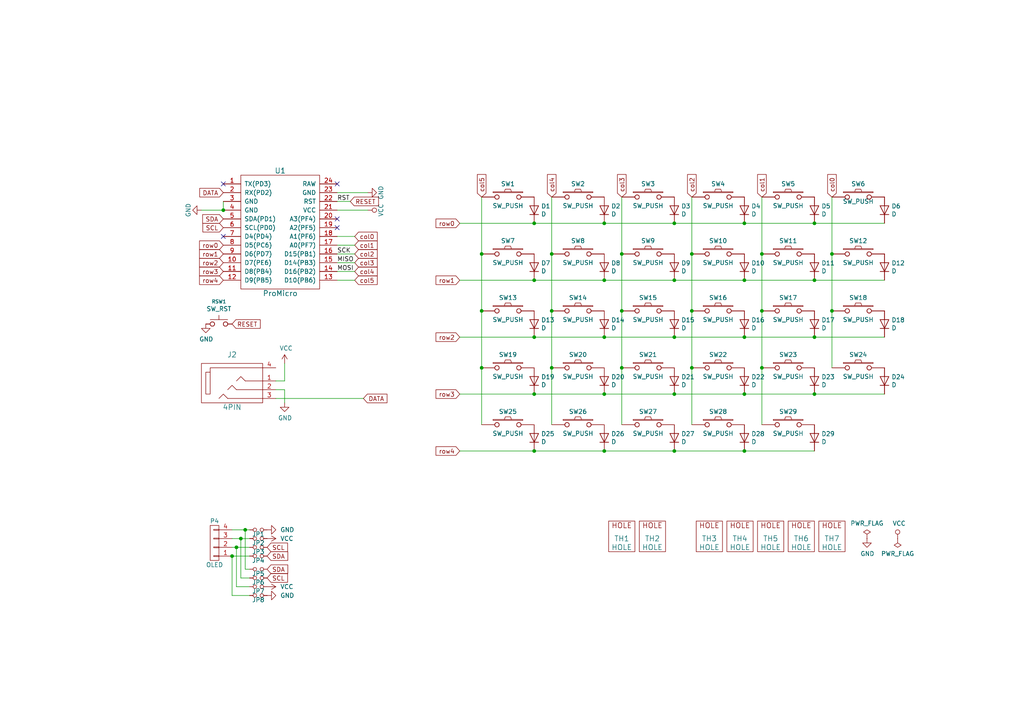
<source format=kicad_sch>
(kicad_sch (version 20230121) (generator eeschema)
  (paper "A4")
  (lib_symbols
    (symbol "Lily58-rescue:CONN_01X04-Lily58-cache" (pin_names (offset 1.016) hide)
      (property "Reference" "P" (at 0 6.35 0))
      (property "Value" "Lily58-cache:CONN_01X04" (at 2.54 0 90))
      (symbol "CONN_01X04-Lily58-cache_0_1"
        (rectangle (start -1.27 -3.683) (end 0.254 -3.937))
        (rectangle (start -1.27 -1.143) (end 0.254 -1.397))
        (rectangle (start -1.27 1.397) (end 0.254 1.143))
        (rectangle (start -1.27 3.937) (end 0.254 3.683))
        (rectangle (start -1.27 5.08) (end 1.27 -5.08))
      )
      (symbol "CONN_01X04-Lily58-cache_1_1"
        (pin passive line (at -5.08 3.81 0) (length 3.81) (name "P1") (number "1"))
        (pin passive line (at -5.08 1.27 0) (length 3.81) (name "P2") (number "2"))
        (pin passive line (at -5.08 -1.27 0) (length 3.81) (name "P3") (number "3"))
        (pin passive line (at -5.08 -3.81 0) (length 3.81) (name "P4") (number "4"))
      )
    )
    (symbol "Lily58-rescue:D-Lily58-cache" (pin_numbers hide) (pin_names (offset 1.016) hide)
      (property "Reference" "D" (at 0 2.54 0))
      (property "Value" "Lily58-cache:D" (at 0 -2.54 0))
      (symbol "D-Lily58-cache_0_1"
        (polyline (pts (xy -1.27 1.27) (xy -1.27 -1.27)) (stroke (width 0.2032)))
        (polyline (pts (xy 1.27 0) (xy -1.27 0)))
        (polyline (pts (xy 1.27 1.27) (xy 1.27 -1.27) (xy -1.27 0) (xy 1.27 1.27)) (stroke (width 0.2032)))
      )
      (symbol "D-Lily58-cache_1_1"
        (pin passive line (at -3.81 0 0) (length 2.54) (name "K") (number "1"))
        (pin passive line (at 3.81 0 180) (length 2.54) (name "A") (number "2"))
      )
    )
    (symbol "Lily58-rescue:GND-Lily58-cache" (power) (pin_names (offset 0))
      (property "Value" "GND-Lily58-cache" (at 0 -3.81 0))
      (symbol "GND-Lily58-cache_1_1"
        (polyline (pts (xy 0 0) (xy 0 -1.27) (xy 1.27 -1.27) (xy 0 -2.54) (xy -1.27 -1.27) (xy 0 -1.27)))
        (pin power_in line (at 0 0 0) (length 0) hide (name "GND") (number "1"))
      )
    )
    (symbol "Lily58-rescue:HOLE-Lily58-cache" (pin_names (offset 1.016))
      (property "Reference" "U" (at 0 0 0))
      (property "Value" "Lily58-cache:HOLE" (at 0 -5.08 0))
      (symbol "HOLE-Lily58-cache_0_0"
        (text "HOLE" (at 0 3.81 0) (effects (font (size 1.524 1.524))))
      )
      (symbol "HOLE-Lily58-cache_0_1"
        (rectangle (start 3.81 5.08) (end -3.81 -3.81))
      )
    )
    (symbol "Lily58-rescue:Jumper_NO_Small-Device" (pin_numbers hide) (pin_names (offset 0.762) hide)
      (property "Reference" "JP" (at 0 2.032 0))
      (property "Value" "Device:Jumper_NO_Small" (at 0.254 -1.524 0))
      (symbol "Jumper_NO_Small-Device_0_1"
        (circle (center -1.016 0) (radius 0.508))
        (circle (center 1.016 0) (radius 0.508))
        (pin passive line (at -2.54 0 0) (length 1.016) (name "1") (number "1"))
        (pin passive line (at 2.54 0 180) (length 1.016) (name "2") (number "2"))
      )
    )
    (symbol "Lily58-rescue:MJ-4PP-9-Lily58-cache" (pin_names (offset 1.016))
      (property "Reference" "J" (at -8.89 -7.62 0))
      (property "Value" "Lily58-cache:MJ-4PP-9" (at -3.81 6.35 0))
      (symbol "MJ-4PP-9-Lily58-cache_0_1"
        (rectangle (start -7.62 2.54) (end -8.89 -3.81))
        (polyline (pts (xy 2.54 0) (xy 7.62 0)))
        (polyline (pts (xy -2.54 -5.08) (xy 7.62 -5.08) (xy 7.62 -5.08)))
        (polyline (pts (xy 0 -2.54) (xy -1.27 -1.27) (xy -2.54 -2.54)))
        (polyline (pts (xy 0 0) (xy 1.27 1.27) (xy 2.54 0)))
        (polyline (pts (xy 7.62 3.81) (xy -7.62 3.81) (xy -7.62 2.54)))
        (polyline (pts (xy -2.54 -5.08) (xy -3.81 -3.81) (xy -5.08 -5.08) (xy -5.08 -5.08)))
        (polyline (pts (xy 0 -2.54) (xy 7.62 -2.54) (xy 7.62 -2.54) (xy 7.62 -2.54)))
        (rectangle (start 7.62 -6.35) (end -10.16 5.08))
      )
      (symbol "MJ-4PP-9-Lily58-cache_1_1"
        (pin passive line (at 11.43 0 180) (length 3.81) (name "~") (number "1"))
        (pin passive line (at 11.43 -2.54 180) (length 3.81) (name "~") (number "2"))
        (pin passive line (at 11.43 -5.08 180) (length 3.81) (name "~") (number "3"))
        (pin passive line (at 11.43 3.81 180) (length 3.81) (name "~") (number "4"))
      )
    )
    (symbol "Lily58-rescue:PWR_FLAG-Lily58-cache" (power) (pin_numbers hide) (pin_names (offset 0) hide)
      (property "Value" "PWR_FLAG-Lily58-cache" (at 0 3.81 0))
      (symbol "PWR_FLAG-Lily58-cache_0_0"
        (pin power_out line (at 0 0 90) (length 0) (name "pwr") (number "1"))
      )
      (symbol "PWR_FLAG-Lily58-cache_0_1"
        (polyline (pts (xy 0 0) (xy 0 1.27) (xy -1.016 1.905) (xy 0 2.54) (xy 1.016 1.905) (xy 0 1.27)))
      )
    )
    (symbol "Lily58-rescue:ProMicro_2-Lily58-cache" (pin_names (offset 1.016))
      (property "Reference" "U" (at 0 17.78 0))
      (property "Value" "Lily58-cache:ProMicro_2" (at 0 -17.78 0))
      (symbol "ProMicro_2-Lily58-cache_0_1"
        (rectangle (start -11.43 16.51) (end 11.43 -16.51))
      )
      (symbol "ProMicro_2-Lily58-cache_1_1"
        (pin input line (at -16.51 13.97 0) (length 5.08) (name "TX(PD3)") (number "1"))
        (pin input line (at -16.51 -8.89 0) (length 5.08) (name "D7(PE6)") (number "10"))
        (pin input line (at -16.51 -11.43 0) (length 5.08) (name "D8(PB4)") (number "11"))
        (pin input line (at -16.51 -13.97 0) (length 5.08) (name "D9(PB5)") (number "12"))
        (pin input line (at 16.51 -13.97 180) (length 5.08) (name "D10(PB6)") (number "13"))
        (pin input line (at 16.51 -11.43 180) (length 5.08) (name "D16(PB2)") (number "14"))
        (pin input line (at 16.51 -8.89 180) (length 5.08) (name "D14(PB3)") (number "15"))
        (pin input line (at 16.51 -6.35 180) (length 5.08) (name "D15(PB1)") (number "16"))
        (pin input line (at 16.51 -3.81 180) (length 5.08) (name "A0(PF7)") (number "17"))
        (pin input line (at 16.51 -1.27 180) (length 5.08) (name "A1(PF6)") (number "18"))
        (pin input line (at 16.51 1.27 180) (length 5.08) (name "A2(PF5)") (number "19"))
        (pin input line (at -16.51 11.43 0) (length 5.08) (name "RX(PD2)") (number "2"))
        (pin input line (at 16.51 3.81 180) (length 5.08) (name "A3(PF4)") (number "20"))
        (pin input line (at 16.51 6.35 180) (length 5.08) (name "VCC") (number "21"))
        (pin input line (at 16.51 8.89 180) (length 5.08) (name "RST") (number "22"))
        (pin input line (at 16.51 11.43 180) (length 5.08) (name "GND") (number "23"))
        (pin input line (at 16.51 13.97 180) (length 5.08) (name "RAW") (number "24"))
        (pin input line (at -16.51 8.89 0) (length 5.08) (name "GND") (number "3"))
        (pin input line (at -16.51 6.35 0) (length 5.08) (name "GND") (number "4"))
        (pin input line (at -16.51 3.81 0) (length 5.08) (name "SDA(PD1)") (number "5"))
        (pin input line (at -16.51 1.27 0) (length 5.08) (name "SCL(PD0)") (number "6"))
        (pin input line (at -16.51 -1.27 0) (length 5.08) (name "D4(PD4)") (number "7"))
        (pin input line (at -16.51 -3.81 0) (length 5.08) (name "D5(PC6)") (number "8"))
        (pin input line (at -16.51 -6.35 0) (length 5.08) (name "D6(PD7)") (number "9"))
      )
    )
    (symbol "Lily58-rescue:SW_PUSH-Lily58-cache" (pin_numbers hide) (pin_names (offset 1.016) hide)
      (property "Reference" "SW" (at 3.81 2.794 0))
      (property "Value" "Lily58-cache:SW_PUSH" (at 0 -2.032 0))
      (symbol "SW_PUSH-Lily58-cache_0_1"
        (rectangle (start -4.318 1.27) (end 4.318 1.524))
        (polyline (pts (xy -1.016 1.524) (xy -0.762 2.286) (xy 0.762 2.286) (xy 1.016 1.524)))
        (pin passive inverted (at -7.62 0 0) (length 5.08) (name "1") (number "1"))
        (pin passive inverted (at 7.62 0 180) (length 5.08) (name "2") (number "2"))
      )
    )
    (symbol "Lily58-rescue:SW_RST-Lily58-cache" (pin_numbers hide) (pin_names (offset 1.016) hide)
      (property "Reference" "RSW" (at 2.54 2.54 0))
      (property "Value" "Lily58-cache:SW_RST" (at 0 -2.54 0))
      (symbol "SW_RST-Lily58-cache_0_1"
        (polyline (pts (xy -2.54 1.27) (xy 2.54 1.27)))
        (polyline (pts (xy 0 2.54) (xy 0 1.27)))
        (pin passive inverted (at -3.81 0 0) (length 2.54) (name "1") (number "1"))
        (pin passive inverted (at 3.81 0 180) (length 2.54) (name "2") (number "2"))
      )
    )
    (symbol "Lily58-rescue:VCC-Lily58-cache" (power) (pin_names (offset 0))
      (property "Value" "VCC-Lily58-cache" (at 0 3.81 0))
      (symbol "VCC-Lily58-cache_0_1"
        (polyline (pts (xy 0 0) (xy 0 1.27)))
        (circle (center 0 1.905) (radius 0.635))
      )
      (symbol "VCC-Lily58-cache_1_1"
        (pin power_in line (at 0 0 90) (length 0) hide (name "VCC") (number "1"))
      )
    )
    (symbol "power:GND" (power) (pin_names (offset 0))
      (property "Value" "GND" (at 0 -3.81 0))
      (symbol "GND_0_1"
        (polyline (pts (xy 0 0) (xy 0 -1.27) (xy 1.27 -1.27) (xy 0 -2.54) (xy -1.27 -1.27) (xy 0 -1.27)))
      )
      (symbol "GND_1_1"
        (pin power_in line (at 0 0 270) (length 0) hide (name "GND") (number "1"))
      )
    )
    (symbol "power:VCC" (power) (pin_names (offset 0))
      (property "Value" "VCC" (at 0 3.81 0))
      (symbol "VCC_0_1"
        (polyline (pts (xy -0.762 1.27) (xy 0 2.54)))
        (polyline (pts (xy 0 0) (xy 0 2.54)))
        (polyline (pts (xy 0 2.54) (xy 0.762 1.27)))
      )
      (symbol "VCC_1_1"
        (pin power_in line (at 0 0 90) (length 0) hide (name "VCC") (number "1"))
      )
    )
  )
  (junction (at 215.9 81.28))
  (junction (at 195.58 130.81))
  (junction (at 200.66 90.17))
  (junction (at 64.77 60.96))
  (junction (at 220.98 73.66))
  (junction (at 236.22 97.79))
  (junction (at 180.34 90.17))
  (junction (at 69.85 156.21))
  (junction (at 200.66 106.68))
  (junction (at 160.02 90.17))
  (junction (at 67.31 161.29))
  (junction (at 215.9 97.79))
  (junction (at 154.94 64.77))
  (junction (at 71.12 153.67))
  (junction (at 154.94 97.79))
  (junction (at 215.9 130.81))
  (junction (at 160.02 73.66))
  (junction (at 175.26 81.28))
  (junction (at 160.02 106.68))
  (junction (at 195.58 97.79))
  (junction (at 236.22 114.3))
  (junction (at 154.94 81.28))
  (junction (at 236.22 64.77))
  (junction (at 195.58 81.28))
  (junction (at 215.9 114.3))
  (junction (at 139.7 106.68))
  (junction (at 180.34 73.66))
  (junction (at 236.22 81.28))
  (junction (at 215.9 64.77))
  (junction (at 241.3 90.17))
  (junction (at 195.58 114.3))
  (junction (at 195.58 64.77))
  (junction (at 139.7 90.17))
  (junction (at 175.26 97.79))
  (junction (at 154.94 130.81))
  (junction (at 180.34 106.68))
  (junction (at 175.26 114.3))
  (junction (at 175.26 130.81))
  (junction (at 200.66 73.66))
  (junction (at 241.3 73.66))
  (junction (at 139.7 73.66))
  (junction (at 220.98 90.17))
  (junction (at 175.26 64.77))
  (junction (at 68.58 158.75))
  (junction (at 154.94 114.3))
  (junction (at 220.98 106.68))
  (no_connect (at 64.77 53.34))
  (no_connect (at 97.79 53.34))
  (no_connect (at 97.79 63.5))
  (no_connect (at 97.79 66.04))
  (no_connect (at 64.77 68.58))
  (wire (pts (xy 67.31 172.72) (xy 72.39 172.72)))
  (wire (pts (xy 160.02 73.66) (xy 160.02 90.17)))
  (wire (pts (xy 195.58 130.81) (xy 215.9 130.81)))
  (wire (pts (xy 215.9 130.81) (xy 236.22 130.81)))
  (wire (pts (xy 64.77 60.96) (xy 58.42 60.96)))
  (wire (pts (xy 80.01 113.03) (xy 82.55 113.03)))
  (wire (pts (xy 175.26 114.3) (xy 154.94 114.3)))
  (wire (pts (xy 68.58 170.18) (xy 68.58 158.75)))
  (wire (pts (xy 175.26 114.3) (xy 195.58 114.3)))
  (wire (pts (xy 97.79 73.66) (xy 102.87 73.66)))
  (wire (pts (xy 175.26 130.81) (xy 195.58 130.81)))
  (wire (pts (xy 195.58 64.77) (xy 215.9 64.77)))
  (wire (pts (xy 72.39 156.21) (xy 69.85 156.21)))
  (wire (pts (xy 220.98 106.68) (xy 220.98 123.19)))
  (wire (pts (xy 175.26 97.79) (xy 195.58 97.79)))
  (wire (pts (xy 241.3 90.17) (xy 241.3 106.68)))
  (wire (pts (xy 195.58 114.3) (xy 215.9 114.3)))
  (wire (pts (xy 180.34 57.15) (xy 180.34 73.66)))
  (wire (pts (xy 72.39 165.1) (xy 71.12 165.1)))
  (wire (pts (xy 200.66 73.66) (xy 200.66 90.17)))
  (wire (pts (xy 236.22 81.28) (xy 256.54 81.28)))
  (wire (pts (xy 241.3 73.66) (xy 241.3 57.15)))
  (wire (pts (xy 154.94 130.81) (xy 175.26 130.81)))
  (wire (pts (xy 236.22 97.79) (xy 256.54 97.79)))
  (wire (pts (xy 200.66 90.17) (xy 200.66 106.68)))
  (wire (pts (xy 236.22 64.77) (xy 256.54 64.77)))
  (wire (pts (xy 67.31 161.29) (xy 72.39 161.29)))
  (wire (pts (xy 160.02 106.68) (xy 160.02 123.19)))
  (wire (pts (xy 236.22 114.3) (xy 256.54 114.3)))
  (wire (pts (xy 180.34 90.17) (xy 180.34 106.68)))
  (wire (pts (xy 195.58 97.79) (xy 215.9 97.79)))
  (wire (pts (xy 68.58 158.75) (xy 72.39 158.75)))
  (wire (pts (xy 101.6 58.42) (xy 97.79 58.42)))
  (wire (pts (xy 80.01 115.57) (xy 105.41 115.57)))
  (wire (pts (xy 64.77 58.42) (xy 64.77 60.96)))
  (wire (pts (xy 67.31 156.21) (xy 69.85 156.21)))
  (wire (pts (xy 220.98 57.15) (xy 220.98 73.66)))
  (wire (pts (xy 180.34 73.66) (xy 180.34 90.17)))
  (wire (pts (xy 133.35 130.81) (xy 154.94 130.81)))
  (wire (pts (xy 139.7 57.15) (xy 139.7 73.66)))
  (wire (pts (xy 97.79 76.2) (xy 102.87 76.2)))
  (wire (pts (xy 154.94 81.28) (xy 133.35 81.28)))
  (wire (pts (xy 139.7 90.17) (xy 139.7 106.68)))
  (wire (pts (xy 82.55 110.49) (xy 80.01 110.49)))
  (wire (pts (xy 215.9 81.28) (xy 236.22 81.28)))
  (wire (pts (xy 72.39 153.67) (xy 71.12 153.67)))
  (wire (pts (xy 241.3 90.17) (xy 241.3 73.66)))
  (wire (pts (xy 154.94 97.79) (xy 133.35 97.79)))
  (wire (pts (xy 195.58 81.28) (xy 215.9 81.28)))
  (wire (pts (xy 69.85 156.21) (xy 69.85 167.64)))
  (wire (pts (xy 175.26 64.77) (xy 195.58 64.77)))
  (wire (pts (xy 67.31 158.75) (xy 68.58 158.75)))
  (wire (pts (xy 106.68 60.96) (xy 97.79 60.96)))
  (wire (pts (xy 102.87 81.28) (xy 97.79 81.28)))
  (wire (pts (xy 215.9 97.79) (xy 236.22 97.79)))
  (wire (pts (xy 69.85 167.64) (xy 72.39 167.64)))
  (wire (pts (xy 102.87 78.74) (xy 97.79 78.74)))
  (wire (pts (xy 154.94 114.3) (xy 133.35 114.3)))
  (wire (pts (xy 82.55 105.41) (xy 82.55 110.49)))
  (wire (pts (xy 154.94 64.77) (xy 133.35 64.77)))
  (wire (pts (xy 220.98 73.66) (xy 220.98 90.17)))
  (wire (pts (xy 67.31 161.29) (xy 67.31 172.72)))
  (wire (pts (xy 180.34 106.68) (xy 180.34 123.19)))
  (wire (pts (xy 175.26 97.79) (xy 154.94 97.79)))
  (wire (pts (xy 139.7 73.66) (xy 139.7 90.17)))
  (wire (pts (xy 106.68 55.88) (xy 97.79 55.88)))
  (wire (pts (xy 71.12 153.67) (xy 71.12 165.1)))
  (wire (pts (xy 97.79 68.58) (xy 102.87 68.58)))
  (wire (pts (xy 72.39 170.18) (xy 68.58 170.18)))
  (wire (pts (xy 67.31 153.67) (xy 71.12 153.67)))
  (wire (pts (xy 215.9 114.3) (xy 236.22 114.3)))
  (wire (pts (xy 220.98 106.68) (xy 220.98 90.17)))
  (wire (pts (xy 175.26 64.77) (xy 154.94 64.77)))
  (wire (pts (xy 82.55 113.03) (xy 82.55 116.84)))
  (wire (pts (xy 236.22 64.77) (xy 215.9 64.77)))
  (wire (pts (xy 160.02 90.17) (xy 160.02 106.68)))
  (wire (pts (xy 200.66 57.15) (xy 200.66 73.66)))
  (wire (pts (xy 200.66 106.68) (xy 200.66 123.19)))
  (wire (pts (xy 102.87 71.12) (xy 97.79 71.12)))
  (wire (pts (xy 139.7 106.68) (xy 139.7 123.19)))
  (wire (pts (xy 175.26 81.28) (xy 154.94 81.28)))
  (wire (pts (xy 160.02 57.15) (xy 160.02 73.66)))
  (wire (pts (xy 175.26 81.28) (xy 195.58 81.28)))
  (label "MISO" (at 97.79 76.2 0))
  (label "RST" (at 97.79 58.42 0))
  (label "MOSI" (at 97.79 78.74 0))
  (label "SCK" (at 97.79 73.66 0))
  (global_label "row3" (shape input) (at 64.77 78.74 180) (property "Intersheetrefs" "${INTERSHEET_REFS}" (effects hide)))
  (global_label "DATA" (shape input) (at 64.77 55.88 180) (property "Intersheetrefs" "${INTERSHEET_REFS}" (effects hide)))
  (global_label "SDA" (shape input) (at 77.47 161.29 0) (property "Intersheetrefs" "${INTERSHEET_REFS}" (effects hide)))
  (global_label "row2" (shape input) (at 133.35 97.79 180) (property "Intersheetrefs" "${INTERSHEET_REFS}" (effects hide)))
  (global_label "DATA" (shape input) (at 105.41 115.57 0) (property "Intersheetrefs" "${INTERSHEET_REFS}" (effects hide)))
  (global_label "SDA" (shape input) (at 64.77 63.5 180) (property "Intersheetrefs" "${INTERSHEET_REFS}" (effects hide)))
  (global_label "col3" (shape input) (at 180.34 57.15 90) (property "Intersheetrefs" "${INTERSHEET_REFS}" (effects hide)))
  (global_label "row1" (shape input) (at 133.35 81.28 180) (property "Intersheetrefs" "${INTERSHEET_REFS}" (effects hide)))
  (global_label "col4" (shape input) (at 160.02 57.15 90) (property "Intersheetrefs" "${INTERSHEET_REFS}" (effects hide)))
  (global_label "col4" (shape input) (at 102.87 78.74 0) (property "Intersheetrefs" "${INTERSHEET_REFS}" (effects hide)))
  (global_label "col1" (shape input) (at 102.87 71.12 0) (property "Intersheetrefs" "${INTERSHEET_REFS}" (effects hide)))
  (global_label "SCL" (shape input) (at 77.47 158.75 0) (property "Intersheetrefs" "${INTERSHEET_REFS}" (effects hide)))
  (global_label "col3" (shape input) (at 102.87 76.2 0) (property "Intersheetrefs" "${INTERSHEET_REFS}" (effects hide)))
  (global_label "col2" (shape input) (at 200.66 57.15 90) (property "Intersheetrefs" "${INTERSHEET_REFS}" (effects hide)))
  (global_label "RESET" (shape input) (at 67.31 93.98 0) (property "Intersheetrefs" "${INTERSHEET_REFS}" (effects hide)))
  (global_label "col0" (shape input) (at 241.3 57.15 90) (property "Intersheetrefs" "${INTERSHEET_REFS}" (effects hide)))
  (global_label "row1" (shape input) (at 64.77 73.66 180) (property "Intersheetrefs" "${INTERSHEET_REFS}" (effects hide)))
  (global_label "SCL" (shape input) (at 64.77 66.04 180) (property "Intersheetrefs" "${INTERSHEET_REFS}" (effects hide)))
  (global_label "col2" (shape input) (at 102.87 73.66 0) (property "Intersheetrefs" "${INTERSHEET_REFS}" (effects hide)))
  (global_label "col5" (shape input) (at 139.7 57.15 90) (property "Intersheetrefs" "${INTERSHEET_REFS}" (effects hide)))
  (global_label "SDA" (shape input) (at 77.47 165.1 0) (property "Intersheetrefs" "${INTERSHEET_REFS}" (effects hide)))
  (global_label "row0" (shape input) (at 133.35 64.77 180) (property "Intersheetrefs" "${INTERSHEET_REFS}" (effects hide)))
  (global_label "row0" (shape input) (at 64.77 71.12 180) (property "Intersheetrefs" "${INTERSHEET_REFS}" (effects hide)))
  (global_label "col5" (shape input) (at 102.87 81.28 0) (property "Intersheetrefs" "${INTERSHEET_REFS}" (effects hide)))
  (global_label "RESET" (shape input) (at 101.6 58.42 0) (property "Intersheetrefs" "${INTERSHEET_REFS}" (effects hide)))
  (global_label "row3" (shape input) (at 133.35 114.3 180) (property "Intersheetrefs" "${INTERSHEET_REFS}" (effects hide)))
  (global_label "row4" (shape input) (at 64.77 81.28 180) (property "Intersheetrefs" "${INTERSHEET_REFS}" (effects hide)))
  (global_label "row2" (shape input) (at 64.77 76.2 180) (property "Intersheetrefs" "${INTERSHEET_REFS}" (effects hide)))
  (global_label "SCL" (shape input) (at 77.47 167.64 0) (property "Intersheetrefs" "${INTERSHEET_REFS}" (effects hide)))
  (global_label "col0" (shape input) (at 102.87 68.58 0) (property "Intersheetrefs" "${INTERSHEET_REFS}" (effects hide)))
  (global_label "col1" (shape input) (at 220.98 57.15 90) (property "Intersheetrefs" "${INTERSHEET_REFS}" (effects hide)))
  (global_label "row4" (shape input) (at 133.35 130.81 180) (property "Intersheetrefs" "${INTERSHEET_REFS}" (effects hide)))
  (symbol (lib_id "Lily58-rescue:ProMicro_2-Lily58-cache") (at 81.28 67.31 0) (unit 1)
    (property "Reference" "U1" (at 81.28 49.53 0) (effects (font (size 1.524 1.524))))
    (property "Value" "ProMicro" (at 81.28 85.09 0) (effects (font (size 1.524 1.524))))
    (property "Footprint" "Lily58-footprint:ProMicro_rev2" (effects hide))
  )
  (symbol (lib_id "Lily58-rescue:SW_PUSH-Lily58-cache") (at 147.32 123.19 0) (unit 1)
    (property "Reference" "SW25" (at 147.32 119.38 0))
    (property "Value" "SW_PUSH" (at 147.32 125.73 0))
    (property "Footprint" "Lily58-footprint:MX_PG1350-Under_FLIP_HOLES_18mm" (effects hide))
  )
  (symbol (lib_id "Lily58-rescue:SW_PUSH-Lily58-cache") (at 167.64 123.19 0) (unit 1)
    (property "Reference" "SW26" (at 167.64 119.38 0))
    (property "Value" "SW_PUSH" (at 167.64 125.73 0))
    (property "Footprint" "Lily58-footprint:MX_PG1350-Under_FLIP_HOLES_27mm" (effects hide))
  )
  (symbol (lib_id "Lily58-rescue:SW_PUSH-Lily58-cache") (at 147.32 57.15 0) (unit 1)
    (property "Reference" "SW1" (at 147.32 53.34 0))
    (property "Value" "SW_PUSH" (at 147.32 59.69 0))
    (property "Footprint" "Lily58-footprint:MX_PG1350-Under_FLIP_HOLES_18mm" (effects hide))
  )
  (symbol (lib_id "Lily58-rescue:D-Lily58-cache") (at 154.94 60.96 90) (unit 1)
    (property "Reference" "D1" (at 156.9466 59.7916 90) (effects (justify right)))
    (property "Value" "D" (at 156.9466 62.103 90) (effects (justify right)))
    (property "Footprint" "Lily58-footprint:Diode_TH_SOD123" (effects hide))
  )
  (symbol (lib_id "Lily58-rescue:SW_PUSH-Lily58-cache") (at 167.64 57.15 0) (unit 1)
    (property "Reference" "SW2" (at 167.64 53.34 0))
    (property "Value" "SW_PUSH" (at 167.64 59.69 0))
    (property "Footprint" "Lily58-footprint:MX_PG1350-Under_FLIP_HOLES_18mm" (effects hide))
  )
  (symbol (lib_id "Lily58-rescue:D-Lily58-cache") (at 175.26 60.96 90) (unit 1)
    (property "Reference" "D2" (at 177.2666 59.7916 90) (effects (justify right)))
    (property "Value" "D" (at 177.2666 62.103 90) (effects (justify right)))
    (property "Footprint" "Lily58-footprint:Diode_TH_SOD123" (effects hide))
  )
  (symbol (lib_id "Lily58-rescue:SW_PUSH-Lily58-cache") (at 187.96 57.15 0) (unit 1)
    (property "Reference" "SW3" (at 187.96 53.34 0))
    (property "Value" "SW_PUSH" (at 187.96 59.69 0))
    (property "Footprint" "Lily58-footprint:MX_PG1350-Under_FLIP_HOLES_18mm" (effects hide))
  )
  (symbol (lib_id "Lily58-rescue:D-Lily58-cache") (at 195.58 60.96 90) (unit 1)
    (property "Reference" "D3" (at 197.5866 59.7916 90) (effects (justify right)))
    (property "Value" "D" (at 197.5866 62.103 90) (effects (justify right)))
    (property "Footprint" "Lily58-footprint:Diode_TH_SOD123" (effects hide))
  )
  (symbol (lib_id "Lily58-rescue:SW_PUSH-Lily58-cache") (at 208.28 57.15 0) (unit 1)
    (property "Reference" "SW4" (at 208.28 53.34 0))
    (property "Value" "SW_PUSH" (at 208.28 59.69 0))
    (property "Footprint" "Lily58-footprint:MX_PG1350-Under_FLIP_HOLES_18mm" (effects hide))
  )
  (symbol (lib_id "Lily58-rescue:D-Lily58-cache") (at 215.9 60.96 90) (unit 1)
    (property "Reference" "D4" (at 217.9066 59.7916 90) (effects (justify right)))
    (property "Value" "D" (at 217.9066 62.103 90) (effects (justify right)))
    (property "Footprint" "Lily58-footprint:Diode_TH_SOD123" (effects hide))
  )
  (symbol (lib_id "Lily58-rescue:SW_PUSH-Lily58-cache") (at 228.6 57.15 0) (unit 1)
    (property "Reference" "SW5" (at 228.6 53.34 0))
    (property "Value" "SW_PUSH" (at 228.6 59.69 0))
    (property "Footprint" "Lily58-footprint:MX_PG1350-Under_FLIP_HOLES_18mm" (effects hide))
  )
  (symbol (lib_id "Lily58-rescue:D-Lily58-cache") (at 236.22 60.96 90) (unit 1)
    (property "Reference" "D5" (at 238.2266 59.7916 90) (effects (justify right)))
    (property "Value" "D" (at 238.2266 62.103 90) (effects (justify right)))
    (property "Footprint" "Lily58-footprint:Diode_TH_SOD123" (effects hide))
  )
  (symbol (lib_id "Lily58-rescue:SW_PUSH-Lily58-cache") (at 248.92 57.15 0) (unit 1)
    (property "Reference" "SW6" (at 248.92 53.34 0))
    (property "Value" "SW_PUSH" (at 248.92 58.42 0))
    (property "Footprint" "Lily58-footprint:MX_PG1350-Under_FLIP_HOLES_18mm" (effects hide))
  )
  (symbol (lib_id "Lily58-rescue:D-Lily58-cache") (at 256.54 60.96 90) (unit 1)
    (property "Reference" "D6" (at 258.5466 59.7916 90) (effects (justify right)))
    (property "Value" "D" (at 258.5466 62.103 90) (effects (justify right)))
    (property "Footprint" "Lily58-footprint:Diode_TH_SOD123" (effects hide))
  )
  (symbol (lib_id "Lily58-rescue:SW_PUSH-Lily58-cache") (at 167.64 73.66 0) (unit 1)
    (property "Reference" "SW8" (at 167.64 69.85 0))
    (property "Value" "SW_PUSH" (at 167.64 76.2 0))
    (property "Footprint" "Lily58-footprint:MX_PG1350-Under_FLIP_HOLES_18mm" (effects hide))
  )
  (symbol (lib_id "Lily58-rescue:SW_PUSH-Lily58-cache") (at 187.96 73.66 0) (unit 1)
    (property "Reference" "SW9" (at 187.96 69.85 0))
    (property "Value" "SW_PUSH" (at 187.96 76.2 0))
    (property "Footprint" "Lily58-footprint:MX_PG1350-Under_FLIP_HOLES_18mm" (effects hide))
  )
  (symbol (lib_id "Lily58-rescue:SW_PUSH-Lily58-cache") (at 208.28 73.66 0) (unit 1)
    (property "Reference" "SW10" (at 208.28 69.85 0))
    (property "Value" "SW_PUSH" (at 208.28 76.2 0))
    (property "Footprint" "Lily58-footprint:MX_PG1350-Under_FLIP_HOLES_18mm" (effects hide))
  )
  (symbol (lib_id "Lily58-rescue:SW_PUSH-Lily58-cache") (at 228.6 73.66 0) (unit 1)
    (property "Reference" "SW11" (at 228.6 69.85 0))
    (property "Value" "SW_PUSH" (at 228.6 76.2 0))
    (property "Footprint" "Lily58-footprint:MX_PG1350-Under_FLIP_HOLES_18mm" (effects hide))
  )
  (symbol (lib_id "Lily58-rescue:SW_PUSH-Lily58-cache") (at 248.92 73.66 0) (unit 1)
    (property "Reference" "SW12" (at 248.92 69.85 0))
    (property "Value" "SW_PUSH" (at 248.92 76.2 0))
    (property "Footprint" "Lily58-footprint:MX_PG1350-Under_FLIP_HOLES_18mm" (effects hide))
  )
  (symbol (lib_id "Lily58-rescue:SW_PUSH-Lily58-cache") (at 147.32 73.66 0) (unit 1)
    (property "Reference" "SW7" (at 147.32 69.85 0))
    (property "Value" "SW_PUSH" (at 147.32 76.2 0))
    (property "Footprint" "Lily58-footprint:MX_PG1350-Under_FLIP_HOLES_18mm" (effects hide))
  )
  (symbol (lib_id "Lily58-rescue:D-Lily58-cache") (at 154.94 77.47 90) (unit 1)
    (property "Reference" "D7" (at 156.9466 76.3016 90) (effects (justify right)))
    (property "Value" "D" (at 156.9466 78.613 90) (effects (justify right)))
    (property "Footprint" "Lily58-footprint:Diode_TH_SOD123" (effects hide))
  )
  (symbol (lib_id "Lily58-rescue:D-Lily58-cache") (at 175.26 77.47 90) (unit 1)
    (property "Reference" "D8" (at 177.2666 76.3016 90) (effects (justify right)))
    (property "Value" "D" (at 177.2666 78.613 90) (effects (justify right)))
    (property "Footprint" "Lily58-footprint:Diode_TH_SOD123" (effects hide))
  )
  (symbol (lib_id "Lily58-rescue:D-Lily58-cache") (at 195.58 77.47 90) (unit 1)
    (property "Reference" "D9" (at 197.5866 76.3016 90) (effects (justify right)))
    (property "Value" "D" (at 197.5866 78.613 90) (effects (justify right)))
    (property "Footprint" "Lily58-footprint:Diode_TH_SOD123" (effects hide))
  )
  (symbol (lib_id "Lily58-rescue:D-Lily58-cache") (at 215.9 77.47 90) (unit 1)
    (property "Reference" "D10" (at 217.9066 76.3016 90) (effects (justify right)))
    (property "Value" "D" (at 217.9066 78.613 90) (effects (justify right)))
    (property "Footprint" "Lily58-footprint:Diode_TH_SOD123" (effects hide))
  )
  (symbol (lib_id "Lily58-rescue:D-Lily58-cache") (at 236.22 77.47 90) (unit 1)
    (property "Reference" "D11" (at 238.2266 76.3016 90) (effects (justify right)))
    (property "Value" "D" (at 238.2266 78.613 90) (effects (justify right)))
    (property "Footprint" "Lily58-footprint:Diode_TH_SOD123" (effects hide))
  )
  (symbol (lib_id "Lily58-rescue:D-Lily58-cache") (at 256.54 77.47 90) (unit 1)
    (property "Reference" "D12" (at 258.5466 76.3016 90) (effects (justify right)))
    (property "Value" "D" (at 258.5466 78.613 90) (effects (justify right)))
    (property "Footprint" "Lily58-footprint:Diode_TH_SOD123" (effects hide))
  )
  (symbol (lib_id "Lily58-rescue:SW_PUSH-Lily58-cache") (at 147.32 90.17 0) (unit 1)
    (property "Reference" "SW13" (at 147.32 86.36 0))
    (property "Value" "SW_PUSH" (at 147.32 92.71 0))
    (property "Footprint" "Lily58-footprint:MX_PG1350-Under_FLIP_HOLES_18mm" (effects hide))
  )
  (symbol (lib_id "Lily58-rescue:SW_PUSH-Lily58-cache") (at 167.64 90.17 0) (unit 1)
    (property "Reference" "SW14" (at 167.64 86.36 0))
    (property "Value" "SW_PUSH" (at 167.64 92.71 0))
    (property "Footprint" "Lily58-footprint:MX_PG1350-Under_FLIP_HOLES_18mm" (effects hide))
  )
  (symbol (lib_id "Lily58-rescue:SW_PUSH-Lily58-cache") (at 187.96 90.17 0) (unit 1)
    (property "Reference" "SW15" (at 187.96 86.36 0))
    (property "Value" "SW_PUSH" (at 187.96 92.71 0))
    (property "Footprint" "Lily58-footprint:MX_PG1350-Under_FLIP_HOLES_18mm" (effects hide))
  )
  (symbol (lib_id "Lily58-rescue:SW_PUSH-Lily58-cache") (at 208.28 90.17 0) (unit 1)
    (property "Reference" "SW16" (at 208.28 86.36 0))
    (property "Value" "SW_PUSH" (at 208.28 92.71 0))
    (property "Footprint" "Lily58-footprint:MX_PG1350-Under_FLIP_HOLES_18mm" (effects hide))
  )
  (symbol (lib_id "Lily58-rescue:SW_PUSH-Lily58-cache") (at 228.6 90.17 0) (unit 1)
    (property "Reference" "SW17" (at 228.6 86.36 0))
    (property "Value" "SW_PUSH" (at 228.6 92.71 0))
    (property "Footprint" "Lily58-footprint:MX_PG1350-Under_FLIP_HOLES_18mm" (effects hide))
  )
  (symbol (lib_id "Lily58-rescue:SW_PUSH-Lily58-cache") (at 248.92 90.17 0) (unit 1)
    (property "Reference" "SW18" (at 248.92 86.36 0))
    (property "Value" "SW_PUSH" (at 248.92 92.71 0))
    (property "Footprint" "Lily58-footprint:MX_PG1350-Under_FLIP_HOLES_18mm" (effects hide))
  )
  (symbol (lib_id "Lily58-rescue:D-Lily58-cache") (at 154.94 93.98 90) (unit 1)
    (property "Reference" "D13" (at 156.9466 92.8116 90) (effects (justify right)))
    (property "Value" "D" (at 156.9466 95.123 90) (effects (justify right)))
    (property "Footprint" "Lily58-footprint:Diode_TH_SOD123" (effects hide))
  )
  (symbol (lib_id "Lily58-rescue:D-Lily58-cache") (at 175.26 93.98 90) (unit 1)
    (property "Reference" "D14" (at 177.2666 92.8116 90) (effects (justify right)))
    (property "Value" "D" (at 177.2666 95.123 90) (effects (justify right)))
    (property "Footprint" "Lily58-footprint:Diode_TH_SOD123" (effects hide))
  )
  (symbol (lib_id "Lily58-rescue:D-Lily58-cache") (at 195.58 93.98 90) (unit 1)
    (property "Reference" "D15" (at 197.5866 92.8116 90) (effects (justify right)))
    (property "Value" "D" (at 197.5866 95.123 90) (effects (justify right)))
    (property "Footprint" "Lily58-footprint:Diode_TH_SOD123" (effects hide))
  )
  (symbol (lib_id "Lily58-rescue:D-Lily58-cache") (at 215.9 93.98 90) (unit 1)
    (property "Reference" "D16" (at 217.9066 92.8116 90) (effects (justify right)))
    (property "Value" "D" (at 217.9066 95.123 90) (effects (justify right)))
    (property "Footprint" "Lily58-footprint:Diode_TH_SOD123" (effects hide))
  )
  (symbol (lib_id "Lily58-rescue:D-Lily58-cache") (at 236.22 93.98 90) (unit 1)
    (property "Reference" "D17" (at 238.2266 92.8116 90) (effects (justify right)))
    (property "Value" "D" (at 238.2266 95.123 90) (effects (justify right)))
    (property "Footprint" "Lily58-footprint:Diode_TH_SOD123" (effects hide))
  )
  (symbol (lib_id "Lily58-rescue:D-Lily58-cache") (at 256.54 93.98 90) (unit 1)
    (property "Reference" "D18" (at 258.5466 92.8116 90) (effects (justify right)))
    (property "Value" "D" (at 258.5466 95.123 90) (effects (justify right)))
    (property "Footprint" "Lily58-footprint:Diode_TH_SOD123" (effects hide))
  )
  (symbol (lib_id "Lily58-rescue:SW_PUSH-Lily58-cache") (at 187.96 106.68 0) (unit 1)
    (property "Reference" "SW21" (at 187.96 102.87 0))
    (property "Value" "SW_PUSH" (at 187.96 109.22 0))
    (property "Footprint" "Lily58-footprint:MX_PG1350-Under_FLIP_HOLES_18mm" (effects hide))
  )
  (symbol (lib_id "Lily58-rescue:SW_PUSH-Lily58-cache") (at 208.28 106.68 0) (unit 1)
    (property "Reference" "SW22" (at 208.28 102.87 0))
    (property "Value" "SW_PUSH" (at 208.28 109.22 0))
    (property "Footprint" "Lily58-footprint:MX_PG1350-Under_FLIP_HOLES_18mm" (effects hide))
  )
  (symbol (lib_id "Lily58-rescue:SW_PUSH-Lily58-cache") (at 228.6 106.68 0) (unit 1)
    (property "Reference" "SW23" (at 228.6 102.87 0))
    (property "Value" "SW_PUSH" (at 228.6 109.22 0))
    (property "Footprint" "Lily58-footprint:MX_PG1350-Under_FLIP_HOLES_18mm" (effects hide))
  )
  (symbol (lib_id "Lily58-rescue:SW_PUSH-Lily58-cache") (at 248.92 106.68 0) (unit 1)
    (property "Reference" "SW24" (at 248.92 102.87 0))
    (property "Value" "SW_PUSH" (at 248.92 109.22 0))
    (property "Footprint" "Lily58-footprint:MX_PG1350-Under_FLIP_HOLES_18mm" (effects hide))
  )
  (symbol (lib_id "Lily58-rescue:SW_PUSH-Lily58-cache") (at 167.64 106.68 0) (unit 1)
    (property "Reference" "SW20" (at 167.64 102.87 0))
    (property "Value" "SW_PUSH" (at 167.64 109.22 0))
    (property "Footprint" "Lily58-footprint:MX_PG1350-Under_FLIP_HOLES_18mm" (effects hide))
  )
  (symbol (lib_id "Lily58-rescue:SW_PUSH-Lily58-cache") (at 147.32 106.68 0) (unit 1)
    (property "Reference" "SW19" (at 147.32 102.87 0))
    (property "Value" "SW_PUSH" (at 147.32 109.22 0))
    (property "Footprint" "Lily58-footprint:MX_PG1350-Under_FLIP_HOLES_18mm" (effects hide))
  )
  (symbol (lib_id "Lily58-rescue:D-Lily58-cache") (at 154.94 110.49 90) (unit 1)
    (property "Reference" "D19" (at 156.9466 109.3216 90) (effects (justify right)))
    (property "Value" "D" (at 156.9466 111.633 90) (effects (justify right)))
    (property "Footprint" "Lily58-footprint:Diode_TH_SOD123" (effects hide))
  )
  (symbol (lib_id "Lily58-rescue:D-Lily58-cache") (at 175.26 110.49 90) (unit 1)
    (property "Reference" "D20" (at 177.2666 109.3216 90) (effects (justify right)))
    (property "Value" "D" (at 177.2666 111.633 90) (effects (justify right)))
    (property "Footprint" "Lily58-footprint:Diode_TH_SOD123" (effects hide))
  )
  (symbol (lib_id "Lily58-rescue:D-Lily58-cache") (at 195.58 110.49 90) (unit 1)
    (property "Reference" "D21" (at 197.5866 109.3216 90) (effects (justify right)))
    (property "Value" "D" (at 197.5866 111.633 90) (effects (justify right)))
    (property "Footprint" "Lily58-footprint:Diode_TH_SOD123" (effects hide))
  )
  (symbol (lib_id "Lily58-rescue:D-Lily58-cache") (at 215.9 110.49 90) (unit 1)
    (property "Reference" "D22" (at 217.9066 109.3216 90) (effects (justify right)))
    (property "Value" "D" (at 217.9066 111.633 90) (effects (justify right)))
    (property "Footprint" "Lily58-footprint:Diode_TH_SOD123" (effects hide))
  )
  (symbol (lib_id "Lily58-rescue:D-Lily58-cache") (at 236.22 110.49 90) (unit 1)
    (property "Reference" "D23" (at 238.2266 109.3216 90) (effects (justify right)))
    (property "Value" "D" (at 238.2266 111.633 90) (effects (justify right)))
    (property "Footprint" "Lily58-footprint:Diode_TH_SOD123" (effects hide))
  )
  (symbol (lib_id "Lily58-rescue:D-Lily58-cache") (at 256.54 110.49 90) (unit 1)
    (property "Reference" "D24" (at 258.5466 109.3216 90) (effects (justify right)))
    (property "Value" "D" (at 258.5466 111.633 90) (effects (justify right)))
    (property "Footprint" "Lily58-footprint:Diode_TH_SOD123" (effects hide))
  )
  (symbol (lib_id "Lily58-rescue:SW_PUSH-Lily58-cache") (at 187.96 123.19 0) (unit 1)
    (property "Reference" "SW27" (at 187.96 119.38 0))
    (property "Value" "SW_PUSH" (at 187.96 125.73 0))
    (property "Footprint" "Lily58-footprint:MX_PG1350-Under_FLIP_HOLES_18mm" (effects hide))
  )
  (symbol (lib_id "Lily58-rescue:SW_PUSH-Lily58-cache") (at 208.28 123.19 0) (unit 1)
    (property "Reference" "SW28" (at 208.28 119.38 0))
    (property "Value" "SW_PUSH" (at 208.28 125.73 0))
    (property "Footprint" "Lily58-footprint:MX_PG1350-Under_FLIP_HOLES_18mm" (effects hide))
  )
  (symbol (lib_id "Lily58-rescue:SW_PUSH-Lily58-cache") (at 228.6 123.19 0) (unit 1)
    (property "Reference" "SW29" (at 228.6 119.38 0))
    (property "Value" "SW_PUSH" (at 228.6 125.73 0))
    (property "Footprint" "Lily58-footprint:MX_PG1350-Under_FLIP_HOLES_18mm" (effects hide))
  )
  (symbol (lib_id "Lily58-rescue:D-Lily58-cache") (at 154.94 127 90) (unit 1)
    (property "Reference" "D25" (at 156.9466 125.8316 90) (effects (justify right)))
    (property "Value" "D" (at 156.9466 128.143 90) (effects (justify right)))
    (property "Footprint" "Lily58-footprint:Diode_TH_SOD123" (effects hide))
  )
  (symbol (lib_id "Lily58-rescue:D-Lily58-cache") (at 175.26 127 90) (unit 1)
    (property "Reference" "D26" (at 177.2666 125.8316 90) (effects (justify right)))
    (property "Value" "D" (at 177.2666 128.143 90) (effects (justify right)))
    (property "Footprint" "Lily58-footprint:Diode_TH_SOD123" (effects hide))
  )
  (symbol (lib_id "Lily58-rescue:D-Lily58-cache") (at 195.58 127 90) (unit 1)
    (property "Reference" "D27" (at 197.5866 125.8316 90) (effects (justify right)))
    (property "Value" "D" (at 197.5866 128.143 90) (effects (justify right)))
    (property "Footprint" "Lily58-footprint:Diode_TH_SOD123" (effects hide))
  )
  (symbol (lib_id "Lily58-rescue:D-Lily58-cache") (at 215.9 127 90) (unit 1)
    (property "Reference" "D28" (at 217.9066 125.8316 90) (effects (justify right)))
    (property "Value" "D" (at 217.9066 128.143 90) (effects (justify right)))
    (property "Footprint" "Lily58-footprint:Diode_TH_SOD123" (effects hide))
  )
  (symbol (lib_id "Lily58-rescue:D-Lily58-cache") (at 236.22 127 90) (unit 1)
    (property "Reference" "D29" (at 238.2266 125.8316 90) (effects (justify right)))
    (property "Value" "D" (at 238.2266 128.143 90) (effects (justify right)))
    (property "Footprint" "Lily58-footprint:Diode_TH_SOD123" (effects hide))
  )
  (symbol (lib_id "Lily58-rescue:VCC-Lily58-cache") (at 106.68 60.96 270) (unit 1)
    (property "Reference" "#PWR04" (effects hide))
    (property "Value" "VCC" (at 110.49 60.96 0))
  )
  (symbol (lib_id "Lily58-rescue:MJ-4PP-9-Lily58-cache") (at 68.58 110.49 0) (unit 1)
    (property "Reference" "J2" (at 67.31 102.87 0) (effects (font (size 1.524 1.524))))
    (property "Value" "4PIN" (at 67.31 118.11 0) (effects (font (size 1.524 1.524))))
    (property "Footprint" "Lily58-footprint:MJ-4PP-9" (effects hide))
  )
  (symbol (lib_id "Lily58-rescue:GND-Lily58-cache") (at 59.69 93.98 0) (unit 1)
    (property "Reference" "#PWR010" (effects hide))
    (property "Value" "GND" (at 59.817 98.3742 0))
  )
  (symbol (lib_id "Lily58-rescue:PWR_FLAG-Lily58-cache") (at 251.46 156.21 0) (unit 1)
    (property "Reference" "#FLG01" (effects hide))
    (property "Value" "PWR_FLAG" (at 251.46 151.7904 0))
  )
  (symbol (lib_id "Lily58-rescue:GND-Lily58-cache") (at 251.46 156.21 0) (unit 1)
    (property "Reference" "#PWR012" (effects hide))
    (property "Value" "GND" (at 251.587 160.6042 0))
  )
  (symbol (lib_id "Lily58-rescue:VCC-Lily58-cache") (at 260.35 156.21 0) (unit 1)
    (property "Reference" "#PWR013" (effects hide))
    (property "Value" "VCC" (at 260.7818 151.8158 0))
  )
  (symbol (lib_id "Lily58-rescue:PWR_FLAG-Lily58-cache") (at 260.35 156.21 180) (unit 1)
    (property "Reference" "#FLG02" (effects hide))
    (property "Value" "PWR_FLAG" (at 260.35 160.6042 0))
  )
  (symbol (lib_id "Lily58-rescue:HOLE-Lily58-cache") (at 180.34 156.21 0) (unit 1)
    (property "Reference" "TH1" (at 180.34 156.21 0) (effects (font (size 1.524 1.524))))
    (property "Value" "HOLE" (at 180.34 158.75 0) (effects (font (size 1.524 1.524))))
    (property "Footprint" "Lily58-footprint:HOLE_M2" (effects hide))
  )
  (symbol (lib_id "Lily58-rescue:HOLE-Lily58-cache") (at 189.23 156.21 0) (unit 1)
    (property "Reference" "TH2" (at 189.23 156.21 0) (effects (font (size 1.524 1.524))))
    (property "Value" "HOLE" (at 189.23 158.75 0) (effects (font (size 1.524 1.524))))
    (property "Footprint" "Lily58-footprint:HOLE_M2" (effects hide))
  )
  (symbol (lib_id "Lily58-rescue:HOLE-Lily58-cache") (at 214.63 156.21 0) (unit 1)
    (property "Reference" "TH4" (at 214.63 156.21 0) (effects (font (size 1.524 1.524))))
    (property "Value" "HOLE" (at 214.63 158.75 0) (effects (font (size 1.524 1.524))))
    (property "Footprint" "Lily58-footprint:HOLE_M2_TH" (effects hide))
  )
  (symbol (lib_id "Lily58-rescue:HOLE-Lily58-cache") (at 223.52 156.21 0) (unit 1)
    (property "Reference" "TH5" (at 223.52 156.21 0) (effects (font (size 1.524 1.524))))
    (property "Value" "HOLE" (at 223.52 158.75 0) (effects (font (size 1.524 1.524))))
    (property "Footprint" "Lily58-footprint:HOLE_M2_TH" (effects hide))
  )
  (symbol (lib_id "Lily58-rescue:HOLE-Lily58-cache") (at 232.41 156.21 0) (unit 1)
    (property "Reference" "TH6" (at 232.41 156.21 0) (effects (font (size 1.524 1.524))))
    (property "Value" "HOLE" (at 232.41 158.75 0) (effects (font (size 1.524 1.524))))
    (property "Footprint" "Lily58-footprint:HOLE_M2_TH" (effects hide))
  )
  (symbol (lib_id "Lily58-rescue:HOLE-Lily58-cache") (at 241.3 156.21 0) (unit 1)
    (property "Reference" "TH7" (at 241.3 156.21 0) (effects (font (size 1.524 1.524))))
    (property "Value" "HOLE" (at 241.3 158.75 0) (effects (font (size 1.524 1.524))))
    (property "Footprint" "Lily58-footprint:HOLE_M2_TH" (effects hide))
  )
  (symbol (lib_id "Lily58-rescue:HOLE-Lily58-cache") (at 205.74 156.21 0) (unit 1)
    (property "Reference" "TH3" (at 205.74 156.21 0) (effects (font (size 1.524 1.524))))
    (property "Value" "HOLE" (at 205.74 158.75 0) (effects (font (size 1.524 1.524))))
    (property "Footprint" "Lily58-footprint:HOLE_M2_TH" (effects hide))
  )
  (symbol (lib_id "Lily58-rescue:GND-Lily58-cache") (at 106.68 55.88 90) (unit 1)
    (property "Reference" "#PWR0101" (effects hide))
    (property "Value" "GND" (at 110.49 55.88 0))
  )
  (symbol (lib_id "Lily58-rescue:GND-Lily58-cache") (at 58.42 60.96 270) (unit 1)
    (property "Reference" "#PWR0102" (effects hide))
    (property "Value" "GND" (at 54.61 60.96 0))
  )
  (symbol (lib_id "Lily58-rescue:SW_RST-Lily58-cache") (at 63.5 93.98 0) (unit 1)
    (property "Reference" "RSW1" (at 63.5 87.4776 0) (effects (font (size 1.016 1.016))))
    (property "Value" "SW_RST" (at 63.5 89.5858 0))
    (property "Footprint" "Lily58-footprint:TACT_SWITCH_TVBP06" (effects hide))
  )
  (symbol (lib_id "power:GND") (at 82.55 116.84 0) (unit 1)
    (property "Reference" "#PWR02" (effects hide))
    (property "Value" "GND" (at 82.677 121.2342 0))
  )
  (symbol (lib_id "power:VCC") (at 82.55 105.41 0) (unit 1)
    (property "Reference" "#PWR01" (effects hide))
    (property "Value" "VCC" (at 82.9818 101.0158 0))
  )
  (symbol (lib_id "Lily58-rescue:CONN_01X04-Lily58-cache") (at 62.23 157.48 180) (unit 1)
    (property "Reference" "P4" (at 62.23 151.13 0))
    (property "Value" "OLED" (at 62.23 163.83 0))
    (property "Footprint" "Lily58-footprint:MY_SIL-4" (effects hide))
  )
  (symbol (lib_id "power:GND") (at 77.47 153.67 90) (unit 1)
    (property "Reference" "#PWR03" (effects hide))
    (property "Value" "GND" (at 81.28 153.67 90) (effects (justify right)))
  )
  (symbol (lib_id "power:VCC") (at 77.47 156.21 270) (unit 1)
    (property "Reference" "#PWR09" (effects hide))
    (property "Value" "VCC" (at 81.28 156.21 90) (effects (justify left)))
  )
  (symbol (lib_id "Lily58-rescue:Jumper_NO_Small-Device") (at 74.93 153.67 0) (unit 1)
    (property "Reference" "JP1" (at 74.93 154.94 0))
    (property "Value" "Jumper_NO_Small" (effects hide))
    (property "Footprint" "Lily58-footprint:Jumper" (effects hide))
  )
  (symbol (lib_id "Lily58-rescue:Jumper_NO_Small-Device") (at 74.93 156.21 0) (unit 1)
    (property "Reference" "JP2" (at 74.93 157.48 0))
    (property "Value" "Jumper_NO_Small" (effects hide))
    (property "Footprint" "Lily58-footprint:Jumper" (effects hide))
  )
  (symbol (lib_id "Lily58-rescue:Jumper_NO_Small-Device") (at 74.93 158.75 0) (unit 1)
    (property "Reference" "JP3" (at 74.93 160.02 0))
    (property "Value" "Jumper_NO_Small" (effects hide))
    (property "Footprint" "Lily58-footprint:Jumper" (effects hide))
  )
  (symbol (lib_id "Lily58-rescue:Jumper_NO_Small-Device") (at 74.93 161.29 0) (unit 1)
    (property "Reference" "JP4" (at 74.93 162.56 0))
    (property "Value" "Jumper_NO_Small" (effects hide))
    (property "Footprint" "Lily58-footprint:Jumper" (effects hide))
  )
  (symbol (lib_id "power:VCC") (at 77.47 170.18 270) (mirror x) (unit 1)
    (property "Reference" "#PWR011" (effects hide))
    (property "Value" "VCC" (at 81.28 170.18 90) (effects (justify left)))
  )
  (symbol (lib_id "power:GND") (at 77.47 172.72 90) (unit 1)
    (property "Reference" "#PWR014" (effects hide))
    (property "Value" "GND" (at 81.28 172.72 90) (effects (justify right)))
  )
  (symbol (lib_id "Lily58-rescue:Jumper_NO_Small-Device") (at 74.93 165.1 0) (unit 1)
    (property "Reference" "JP5" (at 74.93 166.37 0))
    (property "Value" "Jumper_NO_Small" (effects hide))
    (property "Footprint" "Lily58-footprint:Jumper" (effects hide))
  )
  (symbol (lib_id "Lily58-rescue:Jumper_NO_Small-Device") (at 74.93 167.64 0) (unit 1)
    (property "Reference" "JP6" (at 74.93 168.91 0))
    (property "Value" "Jumper_NO_Small" (effects hide))
    (property "Footprint" "Lily58-footprint:Jumper" (effects hide))
  )
  (symbol (lib_id "Lily58-rescue:Jumper_NO_Small-Device") (at 74.93 170.18 0) (unit 1)
    (property "Reference" "JP7" (at 74.93 171.45 0))
    (property "Value" "Jumper_NO_Small" (effects hide))
    (property "Footprint" "Lily58-footprint:Jumper" (effects hide))
  )
  (symbol (lib_id "Lily58-rescue:Jumper_NO_Small-Device") (at 74.93 172.72 0) (unit 1)
    (property "Reference" "JP8" (at 74.93 173.99 0))
    (property "Value" "Jumper_NO_Small" (effects hide))
    (property "Footprint" "Lily58-footprint:Jumper" (effects hide))
  )
)
</source>
